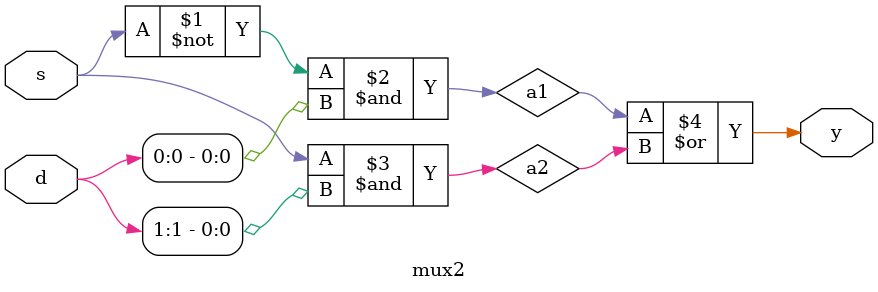
<source format=v>
module mux2
(s,d,y);
input wire [1:0]d;
input wire s;
output wire y;
wire a1,a2;
and a0(a1,~s,d[0]);
and a3(a2,s,d[1]);
or o1(y,a1,a2);
endmodule

</source>
